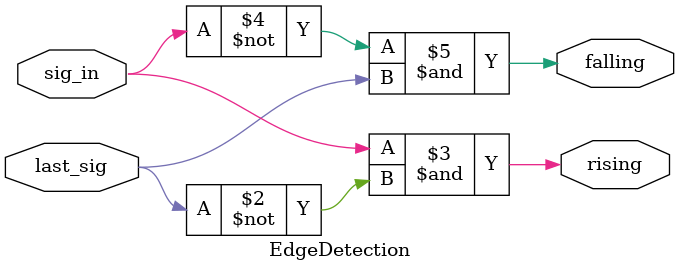
<source format=sv>
module EdgeDetectLatch (
    input clk,
    input sig_in,
    output rising,
    output falling
);

    // Internal signals
    wire last_sig;
    
    // Submodule for signal storage
    SignalStorage signal_storage (
        .clk(clk),
        .sig_in(sig_in),
        .last_sig(last_sig)
    );
    
    // Submodule for edge detection
    EdgeDetection edge_detection (
        .sig_in(sig_in),
        .last_sig(last_sig),
        .rising(rising),
        .falling(falling)
    );

endmodule

// Submodule for storing previous signal value
module SignalStorage (
    input clk,
    input sig_in,
    output reg last_sig
);

    always @(posedge clk) begin
        last_sig <= sig_in;
    end

endmodule

// Submodule for detecting edges
module EdgeDetection (
    input sig_in,
    input last_sig,
    output reg rising,
    output reg falling
);

    always @(*) begin
        rising = sig_in & ~last_sig;
        falling = ~sig_in & last_sig;
    end

endmodule
</source>
